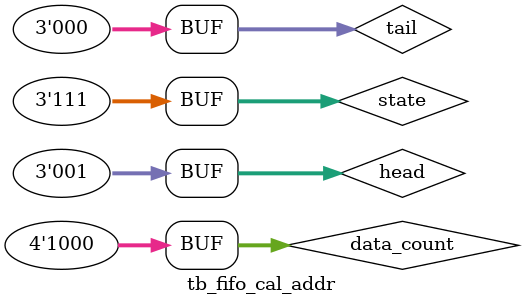
<source format=v>
`timescale 1ns/100ps

module tb_fifo_cal_addr;
	reg [2:0] state;
	reg [2:0] head;
	reg [2:0] tail;
	reg [3:0] data_count;
	
	wire we, re;
	wire [2:0] next_head;
	wire [2:0] next_tail;
	wire [3:0] next_data_count;
	
	parameter INIT = 3'b000;
	parameter WRITE = 3'b001;
	parameter READ = 3'b010;
	parameter WR_ERROR = 3'b101;
	parameter RD_ERROR = 3'b110;
	parameter NO_OP = 3'b111;

	fifo_cal_addr DUT(state, head, tail, data_count, we, re, next_head, next_tail, next_data_count);
	
	initial
	begin
		#0;	state = INIT; head = 0; tail = 0; data_count = 0; // initialize inputs
		
		// test code for INIT state
		#10;	head = 0; tail = 3;
		#10;	data_count = 4'b1000;
		#10;	head = 0; tail = 1;
		#10;	data_count = 4'b0000;
		#10;
		// test code for WRITE state
		#10;	state = WRITE; head = 0; tail = 1; data_count = 4'b0000;
		#10;	tail = 2; data_count = 3;
		#10;	tail = 3; data_count = 4;
		#10;	tail = 7; data_count = 5;
		#10;	data_count = 8; // this case won't happen
		#10;
		// test code for READ state
		#10;	state = READ; head = 0; tail = 1; data_count = 1;
		#10;	head = 1; data_count = 0; // this case won't happen
		#10;	head = 7; tail = 6; data_count = 8; 
		#10;
		// test code for WRITE ERROR state
		#10;	state = WR_ERROR; head = 0; tail = 0; data_count = 0;
		#10;	head = 1;
		#10;	data_count = 8;
		#10;
		// test code for READ ERROR state
		#10;	state = RD_ERROR; head = 0; tail = 0; data_count = 0;
		#10;	head = 1;
		#10;	data_count = 8;
		#10;
		// test code for NO_OP state
		#10;	state = NO_OP; head = 0; tail = 0; data_count = 0;
		#10;	head = 1;
		#10;	data_count = 8;
		#10;
	end
endmodule

</source>
